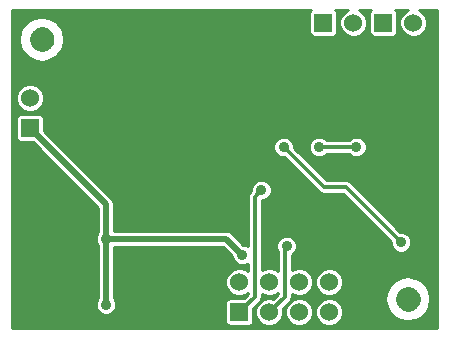
<source format=gbl>
G04 (created by PCBNEW (2013-07-07 BZR 4022)-stable) date 06/12/2013 23:02:34*
%MOIN*%
G04 Gerber Fmt 3.4, Leading zero omitted, Abs format*
%FSLAX34Y34*%
G01*
G70*
G90*
G04 APERTURE LIST*
%ADD10C,0.00393701*%
%ADD11R,0.06X0.06*%
%ADD12C,0.06*%
%ADD13C,0.035*%
%ADD14C,0.011811*%
%ADD15C,0.019685*%
%ADD16C,0.00984252*%
G04 APERTURE END LIST*
G54D10*
G54D11*
X34150Y-18550D03*
G54D12*
X34150Y-17550D03*
X35150Y-18550D03*
X35150Y-17550D03*
X36150Y-18550D03*
X36150Y-17550D03*
X37150Y-18550D03*
X37150Y-17550D03*
G54D11*
X38950Y-8900D03*
G54D12*
X39950Y-8900D03*
G54D11*
X36950Y-8900D03*
G54D12*
X37950Y-8900D03*
G54D11*
X27165Y-12417D03*
G54D12*
X27165Y-11417D03*
G54D13*
X35620Y-13040D03*
X39540Y-16220D03*
X35720Y-16340D03*
X29700Y-16100D03*
X29700Y-18300D03*
X34250Y-16650D03*
X34880Y-14480D03*
X38050Y-13050D03*
X36800Y-13050D03*
G54D14*
X36960Y-14380D02*
X35620Y-13040D01*
X37700Y-14380D02*
X36960Y-14380D01*
X39540Y-16220D02*
X37700Y-14380D01*
X35660Y-18040D02*
X35150Y-18550D01*
X35660Y-16400D02*
X35660Y-18040D01*
X35720Y-16340D02*
X35660Y-16400D01*
G54D15*
X29700Y-16100D02*
X29700Y-14951D01*
X29700Y-14951D02*
X27165Y-12417D01*
X29700Y-16100D02*
X33700Y-16100D01*
X29700Y-18350D02*
X29700Y-16100D01*
X29700Y-18300D02*
X29700Y-18350D01*
X33700Y-16100D02*
X34250Y-16650D01*
G54D14*
X34150Y-18550D02*
X34660Y-18040D01*
X34660Y-14700D02*
X34880Y-14480D01*
X34660Y-18040D02*
X34660Y-14700D01*
X38050Y-13050D02*
X36800Y-13050D01*
G54D10*
G36*
X27915Y-9448D02*
X27888Y-9584D01*
X27810Y-9700D01*
X27695Y-9777D01*
X27558Y-9804D01*
X27423Y-9777D01*
X27306Y-9700D01*
X27230Y-9585D01*
X27203Y-9448D01*
X27230Y-9312D01*
X27306Y-9197D01*
X27423Y-9119D01*
X27558Y-9092D01*
X27695Y-9120D01*
X27810Y-9196D01*
X27888Y-9313D01*
X27915Y-9448D01*
X27915Y-9448D01*
G37*
G54D16*
X27915Y-9448D02*
X27888Y-9584D01*
X27810Y-9700D01*
X27695Y-9777D01*
X27558Y-9804D01*
X27423Y-9777D01*
X27306Y-9700D01*
X27230Y-9585D01*
X27203Y-9448D01*
X27230Y-9312D01*
X27306Y-9197D01*
X27423Y-9119D01*
X27558Y-9092D01*
X27695Y-9120D01*
X27810Y-9196D01*
X27888Y-9313D01*
X27915Y-9448D01*
G54D10*
G36*
X40120Y-18110D02*
X40092Y-18246D01*
X40015Y-18362D01*
X39900Y-18438D01*
X39763Y-18466D01*
X39627Y-18439D01*
X39511Y-18361D01*
X39435Y-18246D01*
X39407Y-18110D01*
X39435Y-17973D01*
X39511Y-17858D01*
X39627Y-17781D01*
X39763Y-17754D01*
X39900Y-17781D01*
X40015Y-17858D01*
X40092Y-17974D01*
X40120Y-18110D01*
X40120Y-18110D01*
G37*
G54D16*
X40120Y-18110D02*
X40092Y-18246D01*
X40015Y-18362D01*
X39900Y-18438D01*
X39763Y-18466D01*
X39627Y-18439D01*
X39511Y-18361D01*
X39435Y-18246D01*
X39407Y-18110D01*
X39435Y-17973D01*
X39511Y-17858D01*
X39627Y-17781D01*
X39763Y-17754D01*
X39900Y-17781D01*
X40015Y-17858D01*
X40092Y-17974D01*
X40120Y-18110D01*
G54D10*
G36*
X40748Y-19094D02*
X40513Y-19094D01*
X40513Y-18148D01*
X40513Y-18110D01*
X40513Y-18072D01*
X40513Y-18071D01*
X40513Y-18071D01*
X40471Y-17858D01*
X40441Y-17787D01*
X40441Y-17786D01*
X40321Y-17607D01*
X40321Y-17606D01*
X40266Y-17552D01*
X40086Y-17432D01*
X40015Y-17402D01*
X40014Y-17402D01*
X39882Y-17376D01*
X39882Y-16152D01*
X39830Y-16026D01*
X39734Y-15929D01*
X39608Y-15877D01*
X39517Y-15877D01*
X38392Y-14752D01*
X38392Y-12982D01*
X38340Y-12856D01*
X38244Y-12759D01*
X38118Y-12707D01*
X37982Y-12707D01*
X37856Y-12759D01*
X37792Y-12823D01*
X37057Y-12823D01*
X36994Y-12759D01*
X36868Y-12707D01*
X36732Y-12707D01*
X36606Y-12759D01*
X36509Y-12855D01*
X36457Y-12981D01*
X36457Y-13117D01*
X36509Y-13243D01*
X36605Y-13340D01*
X36731Y-13392D01*
X36867Y-13392D01*
X36993Y-13340D01*
X37057Y-13276D01*
X37792Y-13276D01*
X37855Y-13340D01*
X37981Y-13392D01*
X38117Y-13392D01*
X38243Y-13340D01*
X38340Y-13244D01*
X38392Y-13118D01*
X38392Y-12982D01*
X38392Y-14752D01*
X37860Y-14219D01*
X37786Y-14170D01*
X37700Y-14153D01*
X37053Y-14153D01*
X35962Y-13062D01*
X35962Y-12972D01*
X35910Y-12846D01*
X35814Y-12749D01*
X35688Y-12697D01*
X35552Y-12697D01*
X35426Y-12749D01*
X35329Y-12845D01*
X35277Y-12971D01*
X35277Y-13107D01*
X35329Y-13233D01*
X35425Y-13330D01*
X35551Y-13382D01*
X35642Y-13382D01*
X36799Y-14540D01*
X36799Y-14540D01*
X36873Y-14589D01*
X36960Y-14606D01*
X37606Y-14606D01*
X39197Y-16197D01*
X39197Y-16287D01*
X39249Y-16413D01*
X39345Y-16510D01*
X39471Y-16562D01*
X39607Y-16562D01*
X39733Y-16510D01*
X39830Y-16414D01*
X39882Y-16288D01*
X39882Y-16152D01*
X39882Y-17376D01*
X39802Y-17360D01*
X39801Y-17360D01*
X39725Y-17360D01*
X39512Y-17402D01*
X39441Y-17432D01*
X39440Y-17432D01*
X39261Y-17552D01*
X39260Y-17552D01*
X39206Y-17607D01*
X39085Y-17787D01*
X39056Y-17858D01*
X39056Y-17859D01*
X39013Y-18071D01*
X39013Y-18071D01*
X39013Y-18072D01*
X39013Y-18110D01*
X39013Y-18148D01*
X39013Y-18148D01*
X39013Y-18148D01*
X39056Y-18360D01*
X39056Y-18361D01*
X39085Y-18432D01*
X39206Y-18613D01*
X39260Y-18667D01*
X39261Y-18667D01*
X39440Y-18787D01*
X39441Y-18788D01*
X39512Y-18817D01*
X39725Y-18860D01*
X39801Y-18860D01*
X39802Y-18859D01*
X40014Y-18817D01*
X40015Y-18817D01*
X40086Y-18788D01*
X40266Y-18667D01*
X40321Y-18613D01*
X40321Y-18612D01*
X40441Y-18433D01*
X40441Y-18432D01*
X40471Y-18361D01*
X40513Y-18148D01*
X40513Y-18148D01*
X40513Y-18148D01*
X40513Y-19094D01*
X37617Y-19094D01*
X37617Y-18457D01*
X37617Y-17457D01*
X37546Y-17285D01*
X37415Y-17154D01*
X37243Y-17082D01*
X37057Y-17082D01*
X36885Y-17153D01*
X36754Y-17284D01*
X36682Y-17456D01*
X36682Y-17642D01*
X36753Y-17814D01*
X36884Y-17945D01*
X37056Y-18017D01*
X37242Y-18017D01*
X37414Y-17946D01*
X37545Y-17815D01*
X37617Y-17643D01*
X37617Y-17457D01*
X37617Y-18457D01*
X37546Y-18285D01*
X37415Y-18154D01*
X37243Y-18082D01*
X37057Y-18082D01*
X36885Y-18153D01*
X36754Y-18284D01*
X36682Y-18456D01*
X36682Y-18642D01*
X36753Y-18814D01*
X36884Y-18945D01*
X37056Y-19017D01*
X37242Y-19017D01*
X37414Y-18946D01*
X37545Y-18815D01*
X37617Y-18643D01*
X37617Y-18457D01*
X37617Y-19094D01*
X36617Y-19094D01*
X36617Y-18457D01*
X36617Y-17457D01*
X36546Y-17285D01*
X36415Y-17154D01*
X36243Y-17082D01*
X36057Y-17082D01*
X35886Y-17153D01*
X35886Y-16641D01*
X35913Y-16630D01*
X36010Y-16534D01*
X36062Y-16408D01*
X36062Y-16272D01*
X36010Y-16146D01*
X35914Y-16049D01*
X35788Y-15997D01*
X35652Y-15997D01*
X35526Y-16049D01*
X35429Y-16145D01*
X35377Y-16271D01*
X35377Y-16407D01*
X35429Y-16533D01*
X35433Y-16537D01*
X35433Y-17172D01*
X35415Y-17154D01*
X35243Y-17082D01*
X35057Y-17082D01*
X34886Y-17153D01*
X34886Y-14822D01*
X34947Y-14822D01*
X35073Y-14770D01*
X35170Y-14674D01*
X35222Y-14548D01*
X35222Y-14412D01*
X35170Y-14286D01*
X35074Y-14189D01*
X34948Y-14137D01*
X34812Y-14137D01*
X34686Y-14189D01*
X34589Y-14285D01*
X34537Y-14411D01*
X34537Y-14502D01*
X34499Y-14539D01*
X34450Y-14613D01*
X34433Y-14700D01*
X34433Y-16355D01*
X34318Y-16307D01*
X34283Y-16307D01*
X33887Y-15912D01*
X33801Y-15854D01*
X33700Y-15834D01*
X29965Y-15834D01*
X29965Y-14951D01*
X29965Y-14951D01*
X29945Y-14850D01*
X29945Y-14850D01*
X29887Y-14764D01*
X29887Y-14764D01*
X28309Y-13185D01*
X28309Y-9487D01*
X28309Y-9448D01*
X28309Y-9410D01*
X28309Y-9410D01*
X28309Y-9410D01*
X28266Y-9197D01*
X28237Y-9126D01*
X28236Y-9125D01*
X28116Y-8946D01*
X28116Y-8945D01*
X28062Y-8891D01*
X27881Y-8770D01*
X27810Y-8741D01*
X27809Y-8741D01*
X27598Y-8699D01*
X27597Y-8698D01*
X27520Y-8698D01*
X27307Y-8741D01*
X27236Y-8770D01*
X27235Y-8771D01*
X27056Y-8891D01*
X27055Y-8891D01*
X27001Y-8945D01*
X26880Y-9126D01*
X26851Y-9197D01*
X26851Y-9198D01*
X26809Y-9410D01*
X26809Y-9410D01*
X26809Y-9410D01*
X26809Y-9448D01*
X26809Y-9487D01*
X26809Y-9487D01*
X26809Y-9487D01*
X26851Y-9699D01*
X26851Y-9700D01*
X26880Y-9771D01*
X27001Y-9951D01*
X27055Y-10006D01*
X27056Y-10006D01*
X27235Y-10126D01*
X27236Y-10126D01*
X27307Y-10156D01*
X27520Y-10198D01*
X27597Y-10198D01*
X27598Y-10198D01*
X27809Y-10156D01*
X27810Y-10156D01*
X27881Y-10126D01*
X28062Y-10006D01*
X28116Y-9952D01*
X28116Y-9951D01*
X28236Y-9772D01*
X28237Y-9771D01*
X28266Y-9700D01*
X28309Y-9487D01*
X28309Y-9487D01*
X28309Y-9487D01*
X28309Y-13185D01*
X27632Y-12508D01*
X27632Y-11324D01*
X27561Y-11152D01*
X27430Y-11021D01*
X27258Y-10950D01*
X27072Y-10949D01*
X26900Y-11020D01*
X26769Y-11152D01*
X26698Y-11323D01*
X26697Y-11509D01*
X26768Y-11681D01*
X26900Y-11813D01*
X27071Y-11884D01*
X27257Y-11884D01*
X27429Y-11813D01*
X27561Y-11682D01*
X27632Y-11510D01*
X27632Y-11324D01*
X27632Y-12508D01*
X27632Y-12508D01*
X27632Y-12084D01*
X27607Y-12022D01*
X27560Y-11975D01*
X27498Y-11950D01*
X27432Y-11949D01*
X26832Y-11949D01*
X26770Y-11975D01*
X26723Y-12022D01*
X26698Y-12083D01*
X26698Y-12150D01*
X26698Y-12750D01*
X26723Y-12811D01*
X26770Y-12859D01*
X26831Y-12884D01*
X26898Y-12884D01*
X27256Y-12884D01*
X29434Y-15062D01*
X29434Y-15881D01*
X29409Y-15905D01*
X29357Y-16031D01*
X29357Y-16167D01*
X29409Y-16293D01*
X29434Y-16318D01*
X29434Y-18081D01*
X29409Y-18105D01*
X29357Y-18231D01*
X29357Y-18367D01*
X29409Y-18493D01*
X29505Y-18590D01*
X29631Y-18642D01*
X29767Y-18642D01*
X29893Y-18590D01*
X29990Y-18494D01*
X30042Y-18368D01*
X30042Y-18232D01*
X29990Y-18106D01*
X29965Y-18081D01*
X29965Y-16365D01*
X33589Y-16365D01*
X33907Y-16683D01*
X33907Y-16717D01*
X33959Y-16843D01*
X34055Y-16940D01*
X34181Y-16992D01*
X34317Y-16992D01*
X34433Y-16944D01*
X34433Y-17172D01*
X34415Y-17154D01*
X34243Y-17082D01*
X34057Y-17082D01*
X33885Y-17153D01*
X33754Y-17284D01*
X33682Y-17456D01*
X33682Y-17642D01*
X33753Y-17814D01*
X33884Y-17945D01*
X34056Y-18017D01*
X34242Y-18017D01*
X34414Y-17946D01*
X34433Y-17927D01*
X34433Y-17946D01*
X34297Y-18082D01*
X33816Y-18082D01*
X33755Y-18108D01*
X33708Y-18155D01*
X33682Y-18216D01*
X33682Y-18283D01*
X33682Y-18883D01*
X33708Y-18944D01*
X33755Y-18991D01*
X33816Y-19017D01*
X33883Y-19017D01*
X34483Y-19017D01*
X34544Y-18991D01*
X34591Y-18944D01*
X34617Y-18883D01*
X34617Y-18816D01*
X34617Y-18402D01*
X34820Y-18200D01*
X34820Y-18200D01*
X34869Y-18126D01*
X34886Y-18040D01*
X34886Y-18040D01*
X34886Y-17946D01*
X35056Y-18017D01*
X35242Y-18017D01*
X35414Y-17946D01*
X35433Y-17927D01*
X35433Y-17946D01*
X35281Y-18098D01*
X35243Y-18082D01*
X35057Y-18082D01*
X34885Y-18153D01*
X34754Y-18284D01*
X34682Y-18456D01*
X34682Y-18642D01*
X34753Y-18814D01*
X34884Y-18945D01*
X35056Y-19017D01*
X35242Y-19017D01*
X35414Y-18946D01*
X35545Y-18815D01*
X35617Y-18643D01*
X35617Y-18457D01*
X35601Y-18418D01*
X35820Y-18200D01*
X35820Y-18200D01*
X35869Y-18126D01*
X35886Y-18040D01*
X35886Y-18040D01*
X35886Y-17946D01*
X36056Y-18017D01*
X36242Y-18017D01*
X36414Y-17946D01*
X36545Y-17815D01*
X36617Y-17643D01*
X36617Y-17457D01*
X36617Y-18457D01*
X36546Y-18285D01*
X36415Y-18154D01*
X36243Y-18082D01*
X36057Y-18082D01*
X35885Y-18153D01*
X35754Y-18284D01*
X35682Y-18456D01*
X35682Y-18642D01*
X35753Y-18814D01*
X35884Y-18945D01*
X36056Y-19017D01*
X36242Y-19017D01*
X36414Y-18946D01*
X36545Y-18815D01*
X36617Y-18643D01*
X36617Y-18457D01*
X36617Y-19094D01*
X26574Y-19094D01*
X26574Y-8464D01*
X36548Y-8464D01*
X36508Y-8505D01*
X36482Y-8566D01*
X36482Y-8633D01*
X36482Y-9233D01*
X36508Y-9294D01*
X36555Y-9341D01*
X36616Y-9367D01*
X36683Y-9367D01*
X37283Y-9367D01*
X37344Y-9341D01*
X37391Y-9294D01*
X37417Y-9233D01*
X37417Y-9166D01*
X37417Y-8566D01*
X37391Y-8505D01*
X37351Y-8464D01*
X37780Y-8464D01*
X37685Y-8503D01*
X37554Y-8634D01*
X37482Y-8806D01*
X37482Y-8992D01*
X37553Y-9164D01*
X37684Y-9295D01*
X37856Y-9367D01*
X38042Y-9367D01*
X38214Y-9296D01*
X38345Y-9165D01*
X38417Y-8993D01*
X38417Y-8807D01*
X38346Y-8635D01*
X38215Y-8504D01*
X38119Y-8464D01*
X38548Y-8464D01*
X38508Y-8505D01*
X38482Y-8566D01*
X38482Y-8633D01*
X38482Y-9233D01*
X38508Y-9294D01*
X38555Y-9341D01*
X38616Y-9367D01*
X38683Y-9367D01*
X39283Y-9367D01*
X39344Y-9341D01*
X39391Y-9294D01*
X39417Y-9233D01*
X39417Y-9166D01*
X39417Y-8566D01*
X39391Y-8505D01*
X39351Y-8464D01*
X39780Y-8464D01*
X39685Y-8503D01*
X39554Y-8634D01*
X39482Y-8806D01*
X39482Y-8992D01*
X39553Y-9164D01*
X39684Y-9295D01*
X39856Y-9367D01*
X40042Y-9367D01*
X40214Y-9296D01*
X40345Y-9165D01*
X40417Y-8993D01*
X40417Y-8807D01*
X40346Y-8635D01*
X40215Y-8504D01*
X40119Y-8464D01*
X40748Y-8464D01*
X40748Y-19094D01*
X40748Y-19094D01*
G37*
G54D16*
X40748Y-19094D02*
X40513Y-19094D01*
X40513Y-18148D01*
X40513Y-18110D01*
X40513Y-18072D01*
X40513Y-18071D01*
X40513Y-18071D01*
X40471Y-17858D01*
X40441Y-17787D01*
X40441Y-17786D01*
X40321Y-17607D01*
X40321Y-17606D01*
X40266Y-17552D01*
X40086Y-17432D01*
X40015Y-17402D01*
X40014Y-17402D01*
X39882Y-17376D01*
X39882Y-16152D01*
X39830Y-16026D01*
X39734Y-15929D01*
X39608Y-15877D01*
X39517Y-15877D01*
X38392Y-14752D01*
X38392Y-12982D01*
X38340Y-12856D01*
X38244Y-12759D01*
X38118Y-12707D01*
X37982Y-12707D01*
X37856Y-12759D01*
X37792Y-12823D01*
X37057Y-12823D01*
X36994Y-12759D01*
X36868Y-12707D01*
X36732Y-12707D01*
X36606Y-12759D01*
X36509Y-12855D01*
X36457Y-12981D01*
X36457Y-13117D01*
X36509Y-13243D01*
X36605Y-13340D01*
X36731Y-13392D01*
X36867Y-13392D01*
X36993Y-13340D01*
X37057Y-13276D01*
X37792Y-13276D01*
X37855Y-13340D01*
X37981Y-13392D01*
X38117Y-13392D01*
X38243Y-13340D01*
X38340Y-13244D01*
X38392Y-13118D01*
X38392Y-12982D01*
X38392Y-14752D01*
X37860Y-14219D01*
X37786Y-14170D01*
X37700Y-14153D01*
X37053Y-14153D01*
X35962Y-13062D01*
X35962Y-12972D01*
X35910Y-12846D01*
X35814Y-12749D01*
X35688Y-12697D01*
X35552Y-12697D01*
X35426Y-12749D01*
X35329Y-12845D01*
X35277Y-12971D01*
X35277Y-13107D01*
X35329Y-13233D01*
X35425Y-13330D01*
X35551Y-13382D01*
X35642Y-13382D01*
X36799Y-14540D01*
X36799Y-14540D01*
X36873Y-14589D01*
X36960Y-14606D01*
X37606Y-14606D01*
X39197Y-16197D01*
X39197Y-16287D01*
X39249Y-16413D01*
X39345Y-16510D01*
X39471Y-16562D01*
X39607Y-16562D01*
X39733Y-16510D01*
X39830Y-16414D01*
X39882Y-16288D01*
X39882Y-16152D01*
X39882Y-17376D01*
X39802Y-17360D01*
X39801Y-17360D01*
X39725Y-17360D01*
X39512Y-17402D01*
X39441Y-17432D01*
X39440Y-17432D01*
X39261Y-17552D01*
X39260Y-17552D01*
X39206Y-17607D01*
X39085Y-17787D01*
X39056Y-17858D01*
X39056Y-17859D01*
X39013Y-18071D01*
X39013Y-18071D01*
X39013Y-18072D01*
X39013Y-18110D01*
X39013Y-18148D01*
X39013Y-18148D01*
X39013Y-18148D01*
X39056Y-18360D01*
X39056Y-18361D01*
X39085Y-18432D01*
X39206Y-18613D01*
X39260Y-18667D01*
X39261Y-18667D01*
X39440Y-18787D01*
X39441Y-18788D01*
X39512Y-18817D01*
X39725Y-18860D01*
X39801Y-18860D01*
X39802Y-18859D01*
X40014Y-18817D01*
X40015Y-18817D01*
X40086Y-18788D01*
X40266Y-18667D01*
X40321Y-18613D01*
X40321Y-18612D01*
X40441Y-18433D01*
X40441Y-18432D01*
X40471Y-18361D01*
X40513Y-18148D01*
X40513Y-18148D01*
X40513Y-18148D01*
X40513Y-19094D01*
X37617Y-19094D01*
X37617Y-18457D01*
X37617Y-17457D01*
X37546Y-17285D01*
X37415Y-17154D01*
X37243Y-17082D01*
X37057Y-17082D01*
X36885Y-17153D01*
X36754Y-17284D01*
X36682Y-17456D01*
X36682Y-17642D01*
X36753Y-17814D01*
X36884Y-17945D01*
X37056Y-18017D01*
X37242Y-18017D01*
X37414Y-17946D01*
X37545Y-17815D01*
X37617Y-17643D01*
X37617Y-17457D01*
X37617Y-18457D01*
X37546Y-18285D01*
X37415Y-18154D01*
X37243Y-18082D01*
X37057Y-18082D01*
X36885Y-18153D01*
X36754Y-18284D01*
X36682Y-18456D01*
X36682Y-18642D01*
X36753Y-18814D01*
X36884Y-18945D01*
X37056Y-19017D01*
X37242Y-19017D01*
X37414Y-18946D01*
X37545Y-18815D01*
X37617Y-18643D01*
X37617Y-18457D01*
X37617Y-19094D01*
X36617Y-19094D01*
X36617Y-18457D01*
X36617Y-17457D01*
X36546Y-17285D01*
X36415Y-17154D01*
X36243Y-17082D01*
X36057Y-17082D01*
X35886Y-17153D01*
X35886Y-16641D01*
X35913Y-16630D01*
X36010Y-16534D01*
X36062Y-16408D01*
X36062Y-16272D01*
X36010Y-16146D01*
X35914Y-16049D01*
X35788Y-15997D01*
X35652Y-15997D01*
X35526Y-16049D01*
X35429Y-16145D01*
X35377Y-16271D01*
X35377Y-16407D01*
X35429Y-16533D01*
X35433Y-16537D01*
X35433Y-17172D01*
X35415Y-17154D01*
X35243Y-17082D01*
X35057Y-17082D01*
X34886Y-17153D01*
X34886Y-14822D01*
X34947Y-14822D01*
X35073Y-14770D01*
X35170Y-14674D01*
X35222Y-14548D01*
X35222Y-14412D01*
X35170Y-14286D01*
X35074Y-14189D01*
X34948Y-14137D01*
X34812Y-14137D01*
X34686Y-14189D01*
X34589Y-14285D01*
X34537Y-14411D01*
X34537Y-14502D01*
X34499Y-14539D01*
X34450Y-14613D01*
X34433Y-14700D01*
X34433Y-16355D01*
X34318Y-16307D01*
X34283Y-16307D01*
X33887Y-15912D01*
X33801Y-15854D01*
X33700Y-15834D01*
X29965Y-15834D01*
X29965Y-14951D01*
X29965Y-14951D01*
X29945Y-14850D01*
X29945Y-14850D01*
X29887Y-14764D01*
X29887Y-14764D01*
X28309Y-13185D01*
X28309Y-9487D01*
X28309Y-9448D01*
X28309Y-9410D01*
X28309Y-9410D01*
X28309Y-9410D01*
X28266Y-9197D01*
X28237Y-9126D01*
X28236Y-9125D01*
X28116Y-8946D01*
X28116Y-8945D01*
X28062Y-8891D01*
X27881Y-8770D01*
X27810Y-8741D01*
X27809Y-8741D01*
X27598Y-8699D01*
X27597Y-8698D01*
X27520Y-8698D01*
X27307Y-8741D01*
X27236Y-8770D01*
X27235Y-8771D01*
X27056Y-8891D01*
X27055Y-8891D01*
X27001Y-8945D01*
X26880Y-9126D01*
X26851Y-9197D01*
X26851Y-9198D01*
X26809Y-9410D01*
X26809Y-9410D01*
X26809Y-9410D01*
X26809Y-9448D01*
X26809Y-9487D01*
X26809Y-9487D01*
X26809Y-9487D01*
X26851Y-9699D01*
X26851Y-9700D01*
X26880Y-9771D01*
X27001Y-9951D01*
X27055Y-10006D01*
X27056Y-10006D01*
X27235Y-10126D01*
X27236Y-10126D01*
X27307Y-10156D01*
X27520Y-10198D01*
X27597Y-10198D01*
X27598Y-10198D01*
X27809Y-10156D01*
X27810Y-10156D01*
X27881Y-10126D01*
X28062Y-10006D01*
X28116Y-9952D01*
X28116Y-9951D01*
X28236Y-9772D01*
X28237Y-9771D01*
X28266Y-9700D01*
X28309Y-9487D01*
X28309Y-9487D01*
X28309Y-9487D01*
X28309Y-13185D01*
X27632Y-12508D01*
X27632Y-11324D01*
X27561Y-11152D01*
X27430Y-11021D01*
X27258Y-10950D01*
X27072Y-10949D01*
X26900Y-11020D01*
X26769Y-11152D01*
X26698Y-11323D01*
X26697Y-11509D01*
X26768Y-11681D01*
X26900Y-11813D01*
X27071Y-11884D01*
X27257Y-11884D01*
X27429Y-11813D01*
X27561Y-11682D01*
X27632Y-11510D01*
X27632Y-11324D01*
X27632Y-12508D01*
X27632Y-12508D01*
X27632Y-12084D01*
X27607Y-12022D01*
X27560Y-11975D01*
X27498Y-11950D01*
X27432Y-11949D01*
X26832Y-11949D01*
X26770Y-11975D01*
X26723Y-12022D01*
X26698Y-12083D01*
X26698Y-12150D01*
X26698Y-12750D01*
X26723Y-12811D01*
X26770Y-12859D01*
X26831Y-12884D01*
X26898Y-12884D01*
X27256Y-12884D01*
X29434Y-15062D01*
X29434Y-15881D01*
X29409Y-15905D01*
X29357Y-16031D01*
X29357Y-16167D01*
X29409Y-16293D01*
X29434Y-16318D01*
X29434Y-18081D01*
X29409Y-18105D01*
X29357Y-18231D01*
X29357Y-18367D01*
X29409Y-18493D01*
X29505Y-18590D01*
X29631Y-18642D01*
X29767Y-18642D01*
X29893Y-18590D01*
X29990Y-18494D01*
X30042Y-18368D01*
X30042Y-18232D01*
X29990Y-18106D01*
X29965Y-18081D01*
X29965Y-16365D01*
X33589Y-16365D01*
X33907Y-16683D01*
X33907Y-16717D01*
X33959Y-16843D01*
X34055Y-16940D01*
X34181Y-16992D01*
X34317Y-16992D01*
X34433Y-16944D01*
X34433Y-17172D01*
X34415Y-17154D01*
X34243Y-17082D01*
X34057Y-17082D01*
X33885Y-17153D01*
X33754Y-17284D01*
X33682Y-17456D01*
X33682Y-17642D01*
X33753Y-17814D01*
X33884Y-17945D01*
X34056Y-18017D01*
X34242Y-18017D01*
X34414Y-17946D01*
X34433Y-17927D01*
X34433Y-17946D01*
X34297Y-18082D01*
X33816Y-18082D01*
X33755Y-18108D01*
X33708Y-18155D01*
X33682Y-18216D01*
X33682Y-18283D01*
X33682Y-18883D01*
X33708Y-18944D01*
X33755Y-18991D01*
X33816Y-19017D01*
X33883Y-19017D01*
X34483Y-19017D01*
X34544Y-18991D01*
X34591Y-18944D01*
X34617Y-18883D01*
X34617Y-18816D01*
X34617Y-18402D01*
X34820Y-18200D01*
X34820Y-18200D01*
X34869Y-18126D01*
X34886Y-18040D01*
X34886Y-18040D01*
X34886Y-17946D01*
X35056Y-18017D01*
X35242Y-18017D01*
X35414Y-17946D01*
X35433Y-17927D01*
X35433Y-17946D01*
X35281Y-18098D01*
X35243Y-18082D01*
X35057Y-18082D01*
X34885Y-18153D01*
X34754Y-18284D01*
X34682Y-18456D01*
X34682Y-18642D01*
X34753Y-18814D01*
X34884Y-18945D01*
X35056Y-19017D01*
X35242Y-19017D01*
X35414Y-18946D01*
X35545Y-18815D01*
X35617Y-18643D01*
X35617Y-18457D01*
X35601Y-18418D01*
X35820Y-18200D01*
X35820Y-18200D01*
X35869Y-18126D01*
X35886Y-18040D01*
X35886Y-18040D01*
X35886Y-17946D01*
X36056Y-18017D01*
X36242Y-18017D01*
X36414Y-17946D01*
X36545Y-17815D01*
X36617Y-17643D01*
X36617Y-17457D01*
X36617Y-18457D01*
X36546Y-18285D01*
X36415Y-18154D01*
X36243Y-18082D01*
X36057Y-18082D01*
X35885Y-18153D01*
X35754Y-18284D01*
X35682Y-18456D01*
X35682Y-18642D01*
X35753Y-18814D01*
X35884Y-18945D01*
X36056Y-19017D01*
X36242Y-19017D01*
X36414Y-18946D01*
X36545Y-18815D01*
X36617Y-18643D01*
X36617Y-18457D01*
X36617Y-19094D01*
X26574Y-19094D01*
X26574Y-8464D01*
X36548Y-8464D01*
X36508Y-8505D01*
X36482Y-8566D01*
X36482Y-8633D01*
X36482Y-9233D01*
X36508Y-9294D01*
X36555Y-9341D01*
X36616Y-9367D01*
X36683Y-9367D01*
X37283Y-9367D01*
X37344Y-9341D01*
X37391Y-9294D01*
X37417Y-9233D01*
X37417Y-9166D01*
X37417Y-8566D01*
X37391Y-8505D01*
X37351Y-8464D01*
X37780Y-8464D01*
X37685Y-8503D01*
X37554Y-8634D01*
X37482Y-8806D01*
X37482Y-8992D01*
X37553Y-9164D01*
X37684Y-9295D01*
X37856Y-9367D01*
X38042Y-9367D01*
X38214Y-9296D01*
X38345Y-9165D01*
X38417Y-8993D01*
X38417Y-8807D01*
X38346Y-8635D01*
X38215Y-8504D01*
X38119Y-8464D01*
X38548Y-8464D01*
X38508Y-8505D01*
X38482Y-8566D01*
X38482Y-8633D01*
X38482Y-9233D01*
X38508Y-9294D01*
X38555Y-9341D01*
X38616Y-9367D01*
X38683Y-9367D01*
X39283Y-9367D01*
X39344Y-9341D01*
X39391Y-9294D01*
X39417Y-9233D01*
X39417Y-9166D01*
X39417Y-8566D01*
X39391Y-8505D01*
X39351Y-8464D01*
X39780Y-8464D01*
X39685Y-8503D01*
X39554Y-8634D01*
X39482Y-8806D01*
X39482Y-8992D01*
X39553Y-9164D01*
X39684Y-9295D01*
X39856Y-9367D01*
X40042Y-9367D01*
X40214Y-9296D01*
X40345Y-9165D01*
X40417Y-8993D01*
X40417Y-8807D01*
X40346Y-8635D01*
X40215Y-8504D01*
X40119Y-8464D01*
X40748Y-8464D01*
X40748Y-19094D01*
M02*

</source>
